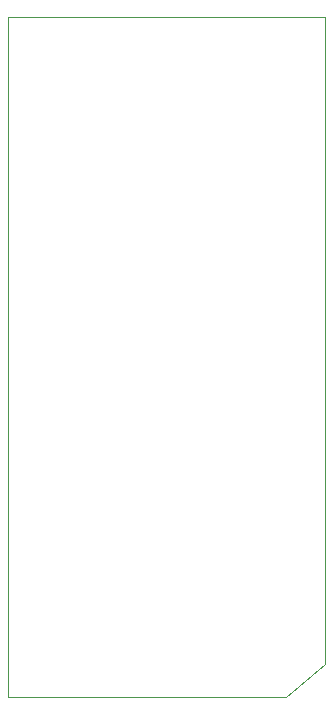
<source format=gbr>
%TF.GenerationSoftware,KiCad,Pcbnew,8.0.2*%
%TF.CreationDate,2024-07-30T13:51:48+02:00*%
%TF.ProjectId,mikrobus_protoboardPCB,6d696b72-6f62-4757-935f-70726f746f62,rev?*%
%TF.SameCoordinates,Original*%
%TF.FileFunction,Profile,NP*%
%FSLAX46Y46*%
G04 Gerber Fmt 4.6, Leading zero omitted, Abs format (unit mm)*
G04 Created by KiCad (PCBNEW 8.0.2) date 2024-07-30 13:51:48*
%MOMM*%
%LPD*%
G01*
G04 APERTURE LIST*
%TA.AperFunction,Profile*%
%ADD10C,0.050000*%
%TD*%
G04 APERTURE END LIST*
D10*
X171400000Y-106340043D02*
X147890000Y-106340000D01*
X147890000Y-106340000D02*
X147890000Y-48820000D01*
X174679998Y-103590008D02*
X171400000Y-106340043D01*
X147890000Y-48820000D02*
X174680000Y-48820000D01*
X174680000Y-48820000D02*
X174679998Y-103590008D01*
M02*

</source>
